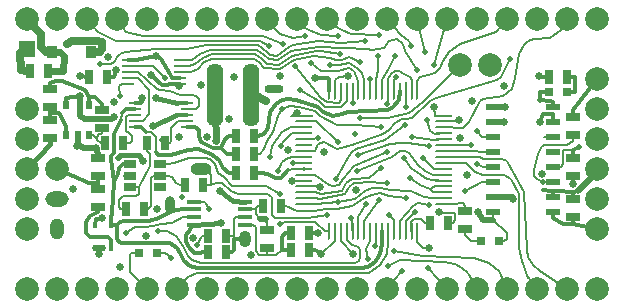
<source format=gtl>
G04 (created by PCBNEW-RS274X (2011-05-25)-stable) date Fri 13 Mar 2015 11:37:05 GMT*
G01*
G70*
G90*
%MOIN*%
G04 Gerber Fmt 3.4, Leading zero omitted, Abs format*
%FSLAX34Y34*%
G04 APERTURE LIST*
%ADD10C,0.006000*%
%ADD11O,0.047200X0.070900*%
%ADD12O,0.078300X0.051200*%
%ADD13C,0.078700*%
%ADD14R,0.055000X0.055000*%
%ADD15R,0.060000X0.009800*%
%ADD16O,0.060000X0.009800*%
%ADD17O,0.009800X0.060000*%
%ADD18R,0.039400X0.027600*%
%ADD19R,0.020000X0.030000*%
%ADD20R,0.045000X0.020000*%
%ADD21R,0.025000X0.045000*%
%ADD22R,0.045000X0.025000*%
%ADD23R,0.050000X0.015000*%
%ADD24R,0.039400X0.010600*%
%ADD25R,0.031400X0.031400*%
%ADD26O,0.055100X0.210200*%
%ADD27R,0.015700X0.019700*%
%ADD28R,0.035400X0.040200*%
%ADD29O,0.070900X0.039400*%
%ADD30O,0.063000X0.027600*%
%ADD31O,0.039400X0.055100*%
%ADD32O,0.031500X0.059100*%
%ADD33O,0.039400X0.019700*%
%ADD34C,0.025000*%
%ADD35C,0.020000*%
%ADD36C,0.011800*%
%ADD37C,0.005000*%
%ADD38C,0.007900*%
%ADD39C,0.019700*%
%ADD40C,0.015700*%
%ADD41C,0.027600*%
%ADD42C,0.023600*%
G04 APERTURE END LIST*
G54D10*
G54D11*
X48000Y-38000D03*
G54D12*
X48000Y-37000D03*
G54D13*
X48000Y-36000D03*
G54D14*
X47000Y-32000D03*
G54D13*
X47000Y-38000D03*
X47000Y-37000D03*
X47000Y-36000D03*
X47000Y-35000D03*
X47000Y-34000D03*
X66000Y-38000D03*
X66000Y-37000D03*
X66000Y-36000D03*
X66000Y-35000D03*
X66000Y-34000D03*
X66000Y-33000D03*
X47000Y-40000D03*
X48000Y-40000D03*
X49000Y-40000D03*
X50000Y-40000D03*
X51000Y-40000D03*
X52000Y-40000D03*
X53000Y-40000D03*
X54000Y-40000D03*
X55000Y-40000D03*
X56000Y-40000D03*
X57000Y-40000D03*
X58000Y-40000D03*
X59000Y-40000D03*
X60000Y-40000D03*
X61000Y-40000D03*
X62000Y-40000D03*
X63000Y-40000D03*
X64000Y-40000D03*
X65000Y-40000D03*
X66000Y-40000D03*
X47000Y-31000D03*
X48000Y-31000D03*
X49000Y-31000D03*
X50000Y-31000D03*
X51000Y-31000D03*
X52000Y-31000D03*
X53000Y-31000D03*
X54000Y-31000D03*
X55000Y-31000D03*
X56000Y-31000D03*
X57000Y-31000D03*
X58000Y-31000D03*
X59000Y-31000D03*
X60000Y-31000D03*
X61000Y-31000D03*
X62000Y-31000D03*
X63000Y-31000D03*
X64000Y-31000D03*
X65000Y-31000D03*
X66000Y-31000D03*
X62450Y-32525D03*
X61450Y-32525D03*
G54D15*
X56239Y-34224D03*
G54D16*
X56239Y-34421D03*
X56239Y-34618D03*
X56239Y-34815D03*
X56239Y-35012D03*
X56239Y-35208D03*
X56239Y-35405D03*
X56239Y-35602D03*
X56239Y-35799D03*
X56239Y-35996D03*
X56239Y-36193D03*
X56239Y-36389D03*
X56239Y-36586D03*
X56239Y-36783D03*
X56239Y-36980D03*
X56239Y-37177D03*
G54D17*
X57074Y-38075D03*
X57271Y-38075D03*
X57468Y-38075D03*
X57665Y-38075D03*
X57862Y-38075D03*
X58058Y-38075D03*
X58255Y-38075D03*
X58452Y-38075D03*
X58649Y-38075D03*
X58846Y-38075D03*
X59043Y-38075D03*
X59239Y-38075D03*
X59436Y-38075D03*
X59633Y-38075D03*
X59830Y-38075D03*
X60027Y-38075D03*
G54D16*
X60925Y-37177D03*
X60925Y-36980D03*
X60925Y-36783D03*
X60925Y-36586D03*
X60925Y-36389D03*
X60925Y-36193D03*
X60925Y-35996D03*
X60925Y-35799D03*
X60925Y-35602D03*
X60925Y-35405D03*
X60925Y-35208D03*
X60925Y-35012D03*
X60925Y-34815D03*
X60925Y-34618D03*
X60925Y-34421D03*
X60925Y-34224D03*
G54D17*
X60027Y-33389D03*
X59830Y-33389D03*
X59436Y-33389D03*
X59633Y-33382D03*
X59239Y-33389D03*
X59043Y-33389D03*
X58846Y-33389D03*
X58649Y-33389D03*
X58452Y-33389D03*
X58255Y-33389D03*
X58061Y-33389D03*
X57864Y-33389D03*
X57667Y-33389D03*
X57470Y-33389D03*
X57274Y-33389D03*
X57077Y-33389D03*
G54D18*
X51450Y-35850D03*
X51450Y-36225D03*
X51450Y-36600D03*
X50450Y-36600D03*
X50450Y-36225D03*
X50450Y-35850D03*
G54D19*
X48325Y-34875D03*
X49075Y-34875D03*
X48325Y-33875D03*
X48700Y-34875D03*
X49075Y-33875D03*
G54D20*
X62543Y-33939D03*
X62543Y-34439D03*
X62543Y-34939D03*
X62543Y-35439D03*
X62543Y-35939D03*
X62543Y-36439D03*
X62543Y-36939D03*
X62543Y-37439D03*
X64543Y-37439D03*
X64543Y-36939D03*
X64543Y-36439D03*
X64543Y-35939D03*
X64543Y-35439D03*
X64543Y-34939D03*
X64543Y-34439D03*
X64543Y-33939D03*
G54D21*
X53975Y-36125D03*
X54575Y-36125D03*
X53975Y-34900D03*
X54575Y-34900D03*
X53975Y-35500D03*
X54575Y-35500D03*
G54D22*
X61625Y-37400D03*
X61625Y-38000D03*
G54D21*
X56400Y-38150D03*
X55800Y-38150D03*
G54D22*
X49375Y-35625D03*
X49375Y-36225D03*
G54D21*
X50900Y-37350D03*
X50300Y-37350D03*
X53650Y-38225D03*
X53050Y-38225D03*
X55800Y-38700D03*
X56400Y-38700D03*
X51600Y-35150D03*
X51000Y-35150D03*
X52875Y-36525D03*
X52275Y-36525D03*
G54D22*
X55025Y-38025D03*
X55025Y-38625D03*
G54D21*
X55475Y-37250D03*
X54875Y-37250D03*
X49625Y-35150D03*
X50225Y-35150D03*
G54D22*
X49525Y-34650D03*
X49525Y-34050D03*
X47775Y-33925D03*
X47775Y-33325D03*
X47775Y-34975D03*
X47775Y-34375D03*
X49375Y-37275D03*
X49375Y-36675D03*
G54D21*
X49675Y-32925D03*
X49075Y-32925D03*
G54D22*
X65225Y-37000D03*
X65225Y-37600D03*
G54D21*
X60450Y-37800D03*
X61050Y-37800D03*
X53650Y-38775D03*
X53050Y-38775D03*
G54D23*
X52575Y-37091D03*
X52575Y-37347D03*
X52575Y-37603D03*
X52575Y-37859D03*
X54275Y-37859D03*
X54275Y-37603D03*
X54275Y-37347D03*
X54275Y-37091D03*
G54D24*
X52350Y-34600D03*
X52350Y-34400D03*
X52350Y-34200D03*
X52350Y-34000D03*
X52350Y-33800D03*
X50600Y-33800D03*
X50600Y-34000D03*
X50600Y-34200D03*
X50600Y-34400D03*
X50600Y-34600D03*
X50375Y-32375D03*
X50375Y-32575D03*
X50375Y-32775D03*
X50375Y-32975D03*
X50375Y-33175D03*
X52125Y-33175D03*
X52125Y-32975D03*
X52125Y-32775D03*
X52125Y-32575D03*
X52125Y-32375D03*
G54D25*
X62155Y-38400D03*
X62745Y-38400D03*
X50755Y-38800D03*
X51345Y-38800D03*
G54D26*
X53284Y-33525D03*
X54466Y-33525D03*
G54D27*
X49806Y-37876D03*
X49294Y-37876D03*
X49294Y-38624D03*
X49550Y-38624D03*
X49806Y-38624D03*
G54D28*
X47854Y-32100D03*
X49146Y-32100D03*
G54D22*
X65200Y-35625D03*
X65200Y-36225D03*
X65217Y-34267D03*
X65217Y-34867D03*
G54D29*
X52800Y-36000D03*
G54D30*
X55250Y-33325D03*
G54D31*
X54275Y-38350D03*
G54D21*
X47725Y-32725D03*
X47125Y-32725D03*
G54D32*
X51775Y-37200D03*
G54D33*
X54875Y-37675D03*
G54D21*
X64425Y-32950D03*
X65025Y-32950D03*
G54D25*
X64405Y-33450D03*
X64995Y-33450D03*
G54D34*
X54475Y-38875D03*
G54D35*
X58100Y-32450D03*
X58750Y-37025D03*
X57000Y-37525D03*
X58025Y-36075D03*
X55450Y-36850D03*
X55450Y-37850D03*
X58825Y-34600D03*
X59575Y-35625D03*
X55500Y-34000D03*
X55325Y-33350D03*
X57875Y-33800D03*
X58100Y-34300D03*
X59075Y-37550D03*
X59650Y-36975D03*
X59775Y-36300D03*
X59000Y-33825D03*
X60400Y-35225D03*
X58050Y-35550D03*
X57375Y-35100D03*
X59525Y-39400D03*
X58825Y-35975D03*
X59025Y-36475D03*
X59850Y-34950D03*
X60275Y-32100D03*
X60575Y-32525D03*
X60350Y-34375D03*
X59275Y-32250D03*
X58750Y-31550D03*
X57375Y-31575D03*
X58700Y-32250D03*
X58450Y-33000D03*
X56275Y-31575D03*
X57100Y-32525D03*
X56475Y-32475D03*
X56100Y-33375D03*
X55550Y-31850D03*
X55950Y-32575D03*
X55075Y-31900D03*
X55375Y-36075D03*
X55875Y-35800D03*
X59800Y-31900D03*
X59300Y-32950D03*
X55100Y-35600D03*
X55475Y-35225D03*
X60375Y-39300D03*
X59025Y-35425D03*
X59050Y-39225D03*
X58375Y-39000D03*
X58625Y-38575D03*
X59250Y-38750D03*
G54D34*
X56775Y-36600D03*
G54D35*
X63125Y-32325D03*
X56700Y-34975D03*
X59625Y-34550D03*
X57325Y-36350D03*
X57375Y-37100D03*
X59650Y-33950D03*
X51375Y-38075D03*
X49450Y-32500D03*
X57825Y-37625D03*
X58275Y-31750D03*
X60400Y-37200D03*
G54D34*
X61425Y-34375D03*
G54D35*
X64100Y-33700D03*
G54D34*
X64175Y-36175D03*
X65200Y-36500D03*
X64075Y-32900D03*
X64125Y-34425D03*
G54D35*
X59950Y-37450D03*
X61625Y-36750D03*
X62000Y-34750D03*
G54D34*
X62933Y-33937D03*
X56625Y-32975D03*
X50975Y-38225D03*
X60425Y-38625D03*
X63200Y-37000D03*
X56700Y-38150D03*
X51525Y-36600D03*
X57875Y-38850D03*
X60575Y-33925D03*
X56900Y-35425D03*
X56025Y-34150D03*
X52550Y-38300D03*
X53450Y-36725D03*
X51320Y-32240D03*
X51315Y-33626D03*
X50850Y-33625D03*
G54D35*
X61800Y-35200D03*
X62000Y-35850D03*
X51800Y-38975D03*
G54D34*
X48550Y-36675D03*
G54D35*
X57950Y-34850D03*
G54D34*
X61675Y-36200D03*
X60750Y-37450D03*
X55850Y-36400D03*
X55450Y-32900D03*
X52825Y-33200D03*
X49900Y-33775D03*
G54D35*
X52175Y-36925D03*
G54D34*
X50110Y-39270D03*
X51228Y-34575D03*
X53750Y-34325D03*
X53900Y-32950D03*
X62925Y-33225D03*
X62925Y-34450D03*
X49300Y-35300D03*
X61450Y-34975D03*
X61850Y-33725D03*
X52075Y-34950D03*
X53025Y-34925D03*
X49725Y-32275D03*
X51350Y-37325D03*
X50350Y-36225D03*
X57975Y-36700D03*
X56800Y-38850D03*
X62050Y-37425D03*
X55725Y-35375D03*
X48764Y-32921D03*
X52075Y-33225D03*
X53475Y-37800D03*
X48675Y-35225D03*
X49425Y-38850D03*
X51150Y-32875D03*
X57725Y-32900D03*
X53300Y-35075D03*
X54475Y-32900D03*
X54975Y-33750D03*
X49925Y-34287D03*
X49975Y-32700D03*
G54D35*
X50050Y-35625D03*
G54D34*
X50875Y-35725D03*
X49500Y-37650D03*
X48775Y-33575D03*
X48340Y-31840D03*
G54D35*
X60200Y-35625D03*
X60025Y-32700D03*
X58300Y-37175D03*
X57450Y-32175D03*
X50300Y-38125D03*
X50100Y-33575D03*
X51600Y-32975D03*
X51500Y-35050D03*
X53075Y-37325D03*
X52675Y-38550D03*
X65425Y-35275D03*
X64375Y-34925D03*
X64575Y-35425D03*
X64217Y-36449D03*
G54D36*
X58375Y-39275D02*
X58600Y-39100D01*
X52000Y-38650D02*
X52125Y-38800D01*
X52125Y-38800D02*
X52250Y-39075D01*
X52250Y-39075D02*
X52450Y-39250D01*
X52450Y-39250D02*
X52675Y-39300D01*
X52675Y-39300D02*
X58150Y-39300D01*
X58375Y-39275D02*
X58150Y-39300D01*
X50171Y-38475D02*
X51767Y-38475D01*
X51767Y-38475D02*
X52000Y-38650D01*
X50025Y-38040D02*
X50025Y-38350D01*
X50025Y-38350D02*
X50075Y-38425D01*
X50075Y-38425D02*
X50171Y-38475D01*
X58825Y-38700D02*
X58850Y-38475D01*
X58600Y-39100D02*
X58750Y-38900D01*
X58750Y-38900D02*
X58825Y-38700D01*
X58850Y-38475D02*
X58846Y-38075D01*
G54D37*
X51775Y-37200D02*
X51775Y-37325D01*
X51775Y-37325D02*
X51850Y-37400D01*
G54D36*
X49875Y-36125D02*
X49925Y-36425D01*
X49806Y-37876D02*
X50024Y-37876D01*
X50025Y-37875D02*
X50025Y-38040D01*
X50024Y-37876D02*
X50025Y-37875D01*
X49806Y-37876D02*
X49806Y-37656D01*
X49800Y-37650D02*
X49850Y-37475D01*
X49850Y-37475D02*
X49925Y-36425D01*
X49806Y-37656D02*
X49800Y-37650D01*
X50050Y-36175D02*
X50075Y-35975D01*
X50075Y-35975D02*
X50200Y-35850D01*
X50200Y-35850D02*
X50450Y-35850D01*
X49925Y-36425D02*
X50050Y-36175D01*
X49825Y-35575D02*
X49825Y-35700D01*
X49825Y-35700D02*
X49875Y-36125D01*
X49825Y-35575D02*
X49900Y-35475D01*
X50303Y-34000D02*
X50173Y-34122D01*
X50600Y-34000D02*
X50303Y-34000D01*
G54D38*
X50150Y-34375D02*
X50173Y-34122D01*
G54D36*
X49900Y-35475D02*
X49900Y-34825D01*
X49900Y-34825D02*
X50150Y-34375D01*
X50020Y-37880D02*
X50025Y-38040D01*
X50020Y-37880D02*
X50125Y-37775D01*
X50125Y-37775D02*
X50250Y-37725D01*
X50250Y-37725D02*
X51075Y-37725D01*
X51075Y-37725D02*
X51400Y-37650D01*
X51400Y-37650D02*
X51850Y-37400D01*
X51850Y-37400D02*
X52225Y-37350D01*
X52225Y-37350D02*
X52575Y-37347D01*
G54D38*
X58255Y-38075D02*
X58255Y-37725D01*
X57125Y-32300D02*
X57325Y-32375D01*
X57500Y-32375D02*
X57750Y-32275D01*
X57325Y-32375D02*
X57500Y-32375D01*
X57750Y-32275D02*
X58100Y-32450D01*
X57125Y-32300D02*
X56575Y-32250D01*
X56575Y-32250D02*
X56375Y-32275D01*
X56375Y-32275D02*
X55900Y-32375D01*
X55900Y-32375D02*
X55450Y-32675D01*
X54575Y-32325D02*
X53175Y-32325D01*
X55450Y-32675D02*
X54900Y-32625D01*
X54900Y-32625D02*
X54750Y-32437D01*
X54750Y-32437D02*
X54575Y-32325D01*
X52700Y-32675D02*
X52470Y-32773D01*
X52925Y-32449D02*
X52700Y-32675D01*
X53175Y-32325D02*
X52925Y-32449D01*
X52470Y-32773D02*
X52125Y-32775D01*
X58255Y-37725D02*
X58750Y-37025D01*
X53150Y-36525D02*
X53150Y-36225D01*
X53150Y-36225D02*
X53075Y-36025D01*
X53075Y-36025D02*
X52800Y-36000D01*
X52875Y-36525D02*
X53150Y-36525D01*
X55175Y-37525D02*
X55275Y-37625D01*
X55275Y-37625D02*
X56375Y-37625D01*
X56375Y-37625D02*
X57000Y-37525D01*
X58025Y-36075D02*
X58850Y-35725D01*
X58850Y-35725D02*
X59175Y-35600D01*
X59175Y-35600D02*
X59450Y-35400D01*
X59600Y-35400D02*
X59750Y-35475D01*
X59450Y-35400D02*
X59600Y-35400D01*
X59750Y-35475D02*
X60050Y-35875D01*
X60050Y-35875D02*
X60275Y-36075D01*
X60275Y-36075D02*
X60550Y-36200D01*
X60550Y-36200D02*
X60925Y-36193D01*
X55175Y-36925D02*
X55175Y-37525D01*
X55025Y-36825D02*
X55175Y-36925D01*
X54050Y-36825D02*
X55025Y-36825D01*
X53150Y-36525D02*
X53300Y-36475D01*
X53300Y-36475D02*
X53525Y-36475D01*
X53525Y-36475D02*
X53800Y-36725D01*
X53800Y-36725D02*
X54050Y-36825D01*
X53275Y-35825D02*
X53375Y-36125D01*
X53375Y-36125D02*
X53575Y-36275D01*
X56950Y-38075D02*
X57074Y-38075D01*
X54975Y-36575D02*
X55450Y-36850D01*
X55450Y-37850D02*
X55600Y-37775D01*
X55600Y-37775D02*
X56625Y-37775D01*
X56625Y-37775D02*
X56950Y-38075D01*
X52100Y-35725D02*
X52425Y-35625D01*
X52425Y-35625D02*
X52950Y-35650D01*
X52950Y-35650D02*
X53125Y-35675D01*
X51725Y-35850D02*
X51925Y-35800D01*
X51925Y-35800D02*
X52100Y-35725D01*
X51450Y-35850D02*
X51725Y-35850D01*
X53125Y-35675D02*
X53275Y-35825D01*
X53850Y-36575D02*
X54975Y-36575D01*
X53575Y-36275D02*
X53575Y-36275D01*
X53575Y-36275D02*
X53850Y-36575D01*
X56775Y-34250D02*
X57350Y-34525D01*
X57350Y-34525D02*
X57975Y-34550D01*
X59825Y-35975D02*
X60150Y-36219D01*
X60150Y-36219D02*
X60350Y-36350D01*
X60350Y-36350D02*
X60550Y-36375D01*
X60550Y-36375D02*
X60925Y-36389D01*
X59575Y-35625D02*
X59825Y-35975D01*
X57975Y-34550D02*
X58825Y-34600D01*
X55500Y-34000D02*
X55775Y-33900D01*
X55775Y-33900D02*
X56075Y-33925D01*
X56075Y-33925D02*
X56625Y-34075D01*
X56625Y-34075D02*
X56775Y-34250D01*
X55250Y-33325D02*
X55325Y-33350D01*
X54575Y-35500D02*
X54775Y-35500D01*
X55025Y-35075D02*
X55217Y-34783D01*
X54925Y-35325D02*
X55025Y-35075D01*
X54775Y-35500D02*
X54925Y-35325D01*
X55375Y-34250D02*
X55500Y-34000D01*
X55217Y-34783D02*
X55375Y-34250D01*
X60400Y-33575D02*
X61450Y-32525D01*
X57864Y-33389D02*
X57875Y-33800D01*
X59750Y-34150D02*
X60200Y-33775D01*
X60200Y-33775D02*
X60400Y-33575D01*
X58100Y-34300D02*
X59050Y-34300D01*
X59050Y-34300D02*
X59750Y-34150D01*
X59239Y-38075D02*
X59240Y-37700D01*
X59240Y-37700D02*
X59075Y-37550D01*
X58780Y-36811D02*
X59075Y-36900D01*
X59075Y-36900D02*
X59650Y-36975D01*
X56004Y-37402D02*
X56594Y-37402D01*
X55650Y-37244D02*
X56004Y-37402D01*
X55475Y-37250D02*
X55650Y-37244D01*
X58250Y-36975D02*
X58525Y-36875D01*
X58525Y-36875D02*
X58780Y-36811D01*
X57850Y-37250D02*
X58100Y-37073D01*
X58100Y-37073D02*
X58250Y-36975D01*
X56975Y-37325D02*
X57350Y-37325D01*
X57350Y-37325D02*
X57850Y-37250D01*
X56594Y-37402D02*
X56975Y-37325D01*
G54D10*
X59043Y-33389D02*
X59043Y-33007D01*
X59830Y-33030D02*
X59830Y-33389D01*
X59775Y-32925D02*
X59830Y-33030D01*
X59275Y-32750D02*
X59400Y-32750D01*
X59400Y-32750D02*
X59575Y-32825D01*
X59575Y-32825D02*
X59775Y-32925D01*
X59043Y-33007D02*
X59150Y-32825D01*
X59150Y-32825D02*
X59275Y-32750D01*
X59043Y-33389D02*
X59050Y-33700D01*
G54D38*
X60125Y-36550D02*
X60450Y-36675D01*
X59775Y-36300D02*
X60125Y-36550D01*
G54D10*
X59050Y-33700D02*
X59000Y-33825D01*
G54D38*
X60450Y-36675D02*
X60500Y-36750D01*
X60500Y-36750D02*
X60533Y-36783D01*
X60533Y-36783D02*
X60925Y-36783D01*
X60614Y-36586D02*
X60925Y-36586D01*
X60525Y-36625D02*
X60614Y-36586D01*
X60450Y-36675D02*
X60525Y-36625D01*
X56239Y-34421D02*
X56646Y-34421D01*
X59725Y-35150D02*
X60400Y-35225D01*
X58050Y-35550D02*
X59100Y-35175D01*
X59100Y-35175D02*
X59475Y-35124D01*
X59475Y-35124D02*
X59725Y-35150D01*
X56646Y-34421D02*
X57375Y-35100D01*
X60925Y-37177D02*
X61348Y-37177D01*
X61625Y-37225D02*
X61625Y-37400D01*
X61550Y-37150D02*
X61625Y-37225D01*
X61375Y-37150D02*
X61550Y-37150D01*
X61348Y-37177D02*
X61375Y-37150D01*
X59025Y-39975D02*
X59000Y-40000D01*
X59525Y-39400D02*
X59025Y-39975D01*
X56600Y-36775D02*
X56800Y-36850D01*
X56800Y-36850D02*
X57500Y-36725D01*
X57650Y-36480D02*
X57850Y-36325D01*
X57500Y-36725D02*
X57650Y-36480D01*
X57850Y-36325D02*
X58425Y-36300D01*
X58425Y-36300D02*
X58825Y-35975D01*
X56600Y-36775D02*
X56239Y-36783D01*
X58825Y-36475D02*
X59025Y-36475D01*
X58825Y-36475D02*
X58475Y-36450D01*
X58475Y-36450D02*
X57900Y-36475D01*
X57900Y-36475D02*
X57750Y-36600D01*
X57750Y-36600D02*
X57625Y-36850D01*
X57625Y-36850D02*
X56775Y-37000D01*
X56775Y-37000D02*
X56600Y-36972D01*
X56600Y-36972D02*
X56239Y-36980D01*
X60925Y-35012D02*
X60575Y-35025D01*
X60575Y-35025D02*
X59850Y-34950D01*
X60000Y-31025D02*
X60000Y-31000D01*
X60275Y-32100D02*
X60000Y-31025D01*
X60575Y-32525D02*
X61000Y-31000D01*
X60600Y-34825D02*
X60450Y-34743D01*
X60450Y-34743D02*
X60350Y-34375D01*
X60925Y-34815D02*
X60600Y-34825D01*
X65000Y-31000D02*
X64825Y-31375D01*
X64825Y-31375D02*
X64450Y-31625D01*
X64450Y-31625D02*
X63925Y-31660D01*
X63925Y-31660D02*
X63725Y-31725D01*
X63725Y-31725D02*
X63575Y-31883D01*
X63575Y-31883D02*
X63400Y-32175D01*
X63400Y-32175D02*
X63275Y-32975D01*
X61550Y-34625D02*
X61750Y-34450D01*
X61750Y-34450D02*
X62100Y-33750D01*
X62100Y-33750D02*
X62200Y-33675D01*
X62875Y-33575D02*
X63175Y-33325D01*
X62200Y-33675D02*
X62875Y-33575D01*
X63175Y-33325D02*
X63275Y-32975D01*
X61550Y-34625D02*
X60925Y-34618D01*
X63000Y-31000D02*
X62650Y-31425D01*
X60775Y-32650D02*
X60625Y-32800D01*
X60625Y-32800D02*
X60375Y-32875D01*
X61075Y-32100D02*
X60875Y-32400D01*
X60875Y-32400D02*
X60775Y-32650D01*
X61450Y-31825D02*
X61075Y-32100D01*
X62650Y-31425D02*
X61450Y-31825D01*
X60027Y-33389D02*
X60025Y-33075D01*
X60100Y-32950D02*
X60375Y-32875D01*
X60375Y-32875D02*
X60375Y-32875D01*
X60025Y-33075D02*
X60100Y-32950D01*
X65000Y-40000D02*
X64100Y-39400D01*
X62127Y-35602D02*
X62200Y-35675D01*
X62850Y-35675D02*
X63000Y-35750D01*
X63000Y-35750D02*
X63225Y-36100D01*
X62200Y-35675D02*
X62850Y-35675D01*
X63225Y-36100D02*
X63575Y-36775D01*
X63575Y-36775D02*
X63675Y-38700D01*
X63725Y-38950D02*
X63875Y-39200D01*
X63875Y-39200D02*
X64100Y-39400D01*
X63675Y-38700D02*
X63725Y-38950D01*
X62127Y-35602D02*
X60925Y-35602D01*
X59043Y-38075D02*
X59050Y-38425D01*
X59050Y-38425D02*
X59000Y-38825D01*
X52675Y-39475D02*
X52375Y-39621D01*
X52375Y-39621D02*
X52000Y-40000D01*
X59000Y-38825D02*
X58775Y-39212D01*
X58775Y-39212D02*
X58425Y-39475D01*
X58425Y-39475D02*
X52675Y-39475D01*
X58846Y-33025D02*
X59075Y-32650D01*
X59075Y-32650D02*
X59275Y-32250D01*
X58846Y-33389D02*
X58846Y-33025D01*
X57150Y-31175D02*
X57000Y-31000D01*
X57500Y-31375D02*
X57150Y-31175D01*
X57800Y-31500D02*
X57500Y-31375D01*
X58750Y-31550D02*
X57800Y-31500D01*
X58725Y-32710D02*
X58700Y-32250D01*
X58649Y-33025D02*
X58725Y-32710D01*
X58649Y-33389D02*
X58649Y-33025D01*
X56050Y-31175D02*
X56000Y-31000D01*
X56425Y-31375D02*
X56050Y-31175D01*
X56800Y-31525D02*
X56425Y-31375D01*
X57375Y-31575D02*
X56800Y-31525D01*
X58452Y-33389D02*
X58452Y-32927D01*
X58452Y-32927D02*
X58450Y-33000D01*
X55075Y-31125D02*
X55000Y-31000D01*
X55175Y-31250D02*
X55075Y-31125D01*
X55450Y-31500D02*
X55175Y-31250D01*
X55875Y-31625D02*
X55450Y-31500D01*
X56275Y-31575D02*
X55875Y-31625D01*
X57275Y-32550D02*
X57100Y-32525D01*
X58250Y-33050D02*
X58175Y-32800D01*
X57425Y-32525D02*
X57275Y-32550D01*
X57750Y-32475D02*
X57425Y-32525D01*
X58000Y-32625D02*
X57750Y-32475D01*
X58175Y-32800D02*
X58000Y-32625D01*
X58250Y-33050D02*
X58255Y-33389D01*
X56825Y-32750D02*
X56475Y-32475D01*
X57375Y-32750D02*
X56825Y-32750D01*
X57750Y-32650D02*
X57375Y-32750D01*
X57925Y-32750D02*
X57750Y-32650D01*
X58061Y-33061D02*
X57925Y-32750D01*
X58061Y-33061D02*
X58061Y-33389D01*
X50300Y-31425D02*
X50000Y-31000D01*
X54875Y-31575D02*
X50875Y-31575D01*
X50875Y-31575D02*
X50300Y-31425D01*
X55550Y-31850D02*
X54875Y-31575D01*
X57667Y-33389D02*
X57675Y-33725D01*
X56750Y-33750D02*
X56100Y-33375D01*
X56100Y-33375D02*
X56100Y-33375D01*
X56100Y-33375D02*
X56100Y-33375D01*
X56750Y-33750D02*
X56750Y-33750D01*
X56953Y-33933D02*
X56750Y-33750D01*
X57465Y-33933D02*
X56953Y-33933D01*
X57675Y-33725D02*
X57465Y-33933D01*
X57475Y-33700D02*
X57406Y-33795D01*
X57406Y-33795D02*
X57024Y-33787D01*
X57024Y-33787D02*
X56825Y-33625D01*
X56825Y-33625D02*
X55950Y-32575D01*
X57470Y-33389D02*
X57475Y-33700D01*
X49375Y-31425D02*
X49000Y-31000D01*
X49975Y-31725D02*
X49375Y-31425D01*
X54775Y-31725D02*
X49975Y-31725D01*
X55075Y-31900D02*
X54775Y-31725D01*
X55725Y-35625D02*
X55875Y-35601D01*
X55875Y-35601D02*
X56239Y-35602D01*
X55725Y-35625D02*
X55500Y-35775D01*
X55500Y-35775D02*
X55375Y-36075D01*
X55875Y-35800D02*
X56239Y-35799D01*
X59475Y-31525D02*
X59000Y-31000D01*
X59750Y-31725D02*
X59475Y-31525D01*
X59800Y-31900D02*
X59750Y-31725D01*
X59250Y-33050D02*
X59300Y-32950D01*
X59250Y-33050D02*
X59239Y-33389D01*
X55800Y-34600D02*
X55501Y-34761D01*
X55162Y-35226D02*
X55100Y-35600D01*
X55501Y-34761D02*
X55162Y-35226D01*
X56239Y-34618D02*
X55800Y-34600D01*
X56239Y-34815D02*
X55844Y-34821D01*
G54D10*
X55550Y-35100D02*
X55475Y-35225D01*
X55844Y-34821D02*
X55550Y-35100D01*
G54D38*
X60375Y-39300D02*
X61000Y-40000D01*
X56239Y-36193D02*
X56600Y-36200D01*
X57900Y-35900D02*
X59025Y-35425D01*
X57550Y-36350D02*
X57900Y-35900D01*
X57425Y-36550D02*
X57550Y-36350D01*
X57225Y-36575D02*
X57425Y-36550D01*
X57075Y-36525D02*
X57225Y-36575D01*
X56600Y-36200D02*
X57075Y-36525D01*
X58450Y-38400D02*
X58452Y-38075D01*
X58325Y-38675D02*
X58375Y-39000D01*
X58375Y-38525D02*
X58325Y-38675D01*
X58450Y-38400D02*
X58375Y-38525D01*
X62000Y-40000D02*
X61700Y-39475D01*
X61700Y-39475D02*
X61525Y-39300D01*
X61275Y-39175D02*
X61525Y-39300D01*
X59050Y-39225D02*
X59450Y-39042D01*
X59450Y-39042D02*
X60925Y-39100D01*
X60925Y-39100D02*
X61275Y-39175D01*
X63000Y-40000D02*
X62775Y-39475D01*
X62775Y-39475D02*
X62775Y-39450D01*
X58650Y-38425D02*
X58650Y-38425D01*
X58650Y-38425D02*
X58625Y-38575D01*
X59250Y-38750D02*
X60200Y-38900D01*
X60200Y-38900D02*
X61910Y-38980D01*
X61910Y-38980D02*
X62425Y-39150D01*
X62425Y-39150D02*
X62775Y-39450D01*
X62775Y-39450D02*
X62775Y-39450D01*
X58649Y-38075D02*
X58650Y-38425D01*
X64000Y-40000D02*
X63725Y-39600D01*
X63725Y-39600D02*
X63725Y-39646D01*
X61649Y-35799D02*
X60925Y-35799D01*
X63425Y-38650D02*
X63525Y-39075D01*
X63525Y-39075D02*
X63725Y-39646D01*
X63725Y-39646D02*
X63700Y-39575D01*
X63425Y-36850D02*
X63425Y-38650D01*
X63150Y-36350D02*
X63425Y-36850D01*
X62225Y-36200D02*
X62900Y-36200D01*
X62900Y-36200D02*
X63150Y-36350D01*
X61950Y-36100D02*
X62225Y-36200D01*
X61950Y-36100D02*
X61950Y-36100D01*
X61649Y-35799D02*
X61950Y-36100D01*
G54D10*
X56239Y-36586D02*
X56761Y-36586D01*
X56761Y-36586D02*
X56775Y-36600D01*
G54D38*
X62825Y-32925D02*
X63125Y-32325D01*
X62825Y-32925D02*
X62675Y-33025D01*
X59075Y-34700D02*
X59275Y-34475D01*
X59275Y-34475D02*
X59500Y-34350D01*
X59500Y-34350D02*
X59650Y-34325D01*
X59650Y-34325D02*
X59850Y-34300D01*
X60450Y-33725D02*
X60650Y-33650D01*
X60650Y-33650D02*
X62675Y-33025D01*
X59850Y-34300D02*
X60450Y-33725D01*
X56600Y-35400D02*
X56725Y-35175D01*
X56725Y-35175D02*
X56925Y-35100D01*
X56925Y-35100D02*
X57350Y-35325D01*
X57350Y-35325D02*
X57850Y-35200D01*
X57850Y-35200D02*
X58875Y-34825D01*
X58875Y-34825D02*
X59075Y-34700D01*
X56239Y-35405D02*
X56600Y-35400D01*
X56239Y-35012D02*
X56525Y-35000D01*
X56525Y-35000D02*
X56700Y-34975D01*
X57850Y-35425D02*
X57750Y-35575D01*
X57750Y-35575D02*
X57325Y-36350D01*
X57850Y-35425D02*
X57975Y-35350D01*
X57975Y-35350D02*
X58950Y-35025D01*
X58950Y-35025D02*
X59625Y-34550D01*
G54D10*
X59650Y-33950D02*
X59633Y-33382D01*
G54D38*
X56239Y-37177D02*
X56650Y-37175D01*
X56650Y-37175D02*
X57375Y-37100D01*
X58800Y-36650D02*
X59100Y-36700D01*
X58275Y-36750D02*
X58500Y-36650D01*
X58500Y-36650D02*
X58800Y-36650D01*
X57950Y-37000D02*
X58275Y-36750D01*
X57375Y-37100D02*
X57950Y-37000D01*
X59100Y-36700D02*
X59825Y-36725D01*
X59825Y-36725D02*
X60250Y-36925D01*
X60250Y-36925D02*
X60525Y-36975D01*
X60525Y-36975D02*
X60925Y-36980D01*
X51375Y-38075D02*
X51675Y-38075D01*
X51675Y-38075D02*
X51975Y-38225D01*
X51975Y-38225D02*
X52150Y-38475D01*
X52150Y-38475D02*
X52250Y-38650D01*
X52250Y-38650D02*
X52375Y-38900D01*
X52375Y-38900D02*
X52525Y-39050D01*
X52525Y-39050D02*
X52825Y-39150D01*
X52825Y-39150D02*
X57960Y-39135D01*
X58080Y-39060D02*
X58090Y-39060D01*
X57960Y-39135D02*
X58080Y-39060D01*
X57665Y-38075D02*
X57665Y-38375D01*
X57850Y-38525D02*
X57665Y-38375D01*
X58080Y-38620D02*
X57850Y-38525D01*
X58125Y-38750D02*
X58080Y-38620D01*
X58125Y-38925D02*
X58125Y-38750D01*
X58090Y-39060D02*
X58125Y-38925D01*
X49775Y-32500D02*
X49875Y-32475D01*
X49875Y-32475D02*
X49950Y-32400D01*
X49950Y-32400D02*
X50000Y-32275D01*
X50000Y-32275D02*
X50100Y-32175D01*
X49450Y-32500D02*
X49775Y-32500D01*
X57862Y-38075D02*
X57850Y-38050D01*
X57850Y-37750D02*
X57850Y-38050D01*
X57825Y-37625D02*
X57850Y-37750D01*
X57475Y-31800D02*
X58275Y-31750D01*
X56725Y-31750D02*
X57475Y-31800D01*
X55350Y-32225D02*
X55750Y-31950D01*
X55750Y-31950D02*
X55875Y-31859D01*
X55875Y-31859D02*
X56725Y-31750D01*
X54725Y-31875D02*
X55000Y-32100D01*
X55000Y-32100D02*
X55125Y-32200D01*
X55125Y-32200D02*
X55350Y-32225D01*
X51300Y-32000D02*
X52300Y-32000D01*
X52300Y-32000D02*
X53000Y-31875D01*
X53000Y-31875D02*
X54725Y-31875D01*
X50100Y-32175D02*
X50275Y-32100D01*
X50275Y-32100D02*
X51300Y-32000D01*
X59436Y-38075D02*
X59429Y-37750D01*
G54D10*
X59429Y-37750D02*
X59875Y-37225D01*
G54D38*
X59875Y-37225D02*
X60050Y-37150D01*
X60050Y-37150D02*
X60400Y-37200D01*
X62155Y-38400D02*
X61825Y-38400D01*
X61625Y-38200D02*
X61625Y-38000D01*
X61825Y-38400D02*
X61625Y-38200D01*
G54D36*
X54575Y-36125D02*
X54800Y-36125D01*
X54800Y-36125D02*
X55050Y-36175D01*
X55050Y-36175D02*
X55275Y-36294D01*
X55275Y-36294D02*
X55475Y-36294D01*
X56235Y-36000D02*
X56239Y-35996D01*
G54D38*
X55904Y-36000D02*
X56235Y-36000D01*
G54D36*
X55475Y-36294D02*
X55700Y-36050D01*
G54D38*
X55700Y-36050D02*
X55904Y-36000D01*
G54D36*
X54575Y-34900D02*
X54725Y-34900D01*
X56700Y-33925D02*
X56875Y-34100D01*
X59425Y-33700D02*
X59436Y-33389D01*
X59225Y-33950D02*
X59425Y-33700D01*
X59050Y-34050D02*
X59225Y-33950D01*
X55300Y-33850D02*
X55525Y-33700D01*
X55125Y-34100D02*
X55300Y-33850D01*
X55039Y-34646D02*
X55125Y-34100D01*
X54725Y-34900D02*
X54921Y-34843D01*
X54921Y-34843D02*
X55039Y-34646D01*
X55975Y-33700D02*
X56700Y-33925D01*
X55725Y-33675D02*
X55975Y-33700D01*
X55525Y-33700D02*
X55725Y-33675D01*
X57717Y-34106D02*
X59050Y-34050D01*
X56875Y-34100D02*
X57200Y-34225D01*
X57200Y-34225D02*
X57500Y-34175D01*
X57500Y-34175D02*
X57717Y-34106D01*
G54D38*
X60450Y-37800D02*
X60275Y-37800D01*
X59825Y-38075D02*
X59830Y-38075D01*
X59825Y-37775D02*
X59825Y-38075D01*
X59925Y-37675D02*
X59825Y-37775D01*
X60150Y-37675D02*
X59925Y-37675D01*
X60275Y-37800D02*
X60150Y-37675D01*
X61429Y-34421D02*
X61425Y-34375D01*
X60925Y-34421D02*
X61429Y-34421D01*
G54D36*
X48000Y-36000D02*
X49075Y-36475D01*
X49075Y-36475D02*
X49375Y-36475D01*
X49375Y-36675D02*
X49375Y-36475D01*
X49375Y-36475D02*
X49375Y-36225D01*
G54D39*
X66000Y-36000D02*
X65950Y-36175D01*
G54D36*
X65375Y-36725D02*
X65225Y-36775D01*
G54D39*
X65950Y-36175D02*
X65375Y-36725D01*
G54D36*
X64100Y-33700D02*
X64100Y-33450D01*
X64100Y-33450D02*
X64100Y-33450D01*
X64100Y-33450D02*
X64405Y-33450D01*
X64543Y-36939D02*
X64550Y-36725D01*
X64550Y-36725D02*
X64475Y-36725D01*
X64475Y-36725D02*
X64225Y-36700D01*
X65225Y-37000D02*
X65225Y-36775D01*
X65225Y-36775D02*
X64975Y-36775D01*
X64610Y-36730D02*
X64550Y-36725D01*
X64900Y-36725D02*
X64610Y-36730D01*
X64975Y-36775D02*
X64900Y-36725D01*
X64100Y-33700D02*
X64450Y-33725D01*
X64450Y-33725D02*
X64550Y-33775D01*
X64550Y-33775D02*
X64543Y-33939D01*
X66000Y-33000D02*
X65225Y-34050D01*
X65225Y-34050D02*
X65217Y-34267D01*
X65200Y-36450D02*
X65200Y-36500D01*
X65200Y-36450D02*
X65200Y-36225D01*
X64225Y-32950D02*
X64425Y-32950D01*
X64075Y-32900D02*
X64225Y-32950D01*
X64550Y-34175D02*
X64543Y-34439D01*
X64125Y-34425D02*
X64200Y-34175D01*
X64200Y-34175D02*
X64550Y-34175D01*
X65225Y-37850D02*
X64875Y-37850D01*
X64875Y-37850D02*
X64550Y-37650D01*
X64550Y-37650D02*
X64543Y-37439D01*
X65225Y-37600D02*
X65225Y-37850D01*
X65225Y-37850D02*
X66000Y-38000D01*
G54D38*
X59633Y-38075D02*
X59633Y-37742D01*
X59633Y-37742D02*
X59950Y-37450D01*
X61625Y-36750D02*
X62175Y-36425D01*
X62175Y-36425D02*
X62543Y-36439D01*
X62000Y-34750D02*
X62164Y-34939D01*
X62164Y-34939D02*
X62543Y-34939D01*
G54D39*
X62931Y-33939D02*
X62933Y-33937D01*
X62931Y-33939D02*
X62543Y-33939D01*
G54D36*
X57077Y-33389D02*
X57077Y-33002D01*
X57050Y-32975D02*
X56625Y-32975D01*
X57077Y-33002D02*
X57050Y-32975D01*
G54D38*
X60027Y-38075D02*
X60027Y-38452D01*
X60200Y-38625D02*
X60425Y-38625D01*
X60027Y-38452D02*
X60200Y-38625D01*
G54D39*
X62543Y-36939D02*
X63214Y-36939D01*
X63214Y-36939D02*
X63200Y-37000D01*
X56700Y-38150D02*
X56700Y-38150D01*
G54D36*
X56400Y-38150D02*
X56700Y-38150D01*
G54D39*
X51525Y-36600D02*
X51450Y-36600D01*
G54D10*
X57468Y-38075D02*
X57468Y-38393D01*
X57468Y-38393D02*
X57875Y-38850D01*
G54D38*
X60624Y-34224D02*
X60925Y-34224D01*
X60575Y-33925D02*
X60624Y-34224D01*
G54D10*
X56239Y-34224D02*
X55824Y-34224D01*
X55824Y-34224D02*
X56025Y-34150D01*
G54D40*
X53875Y-37075D02*
X54275Y-37091D01*
X53450Y-36725D02*
X53875Y-37075D01*
G54D36*
X52125Y-32975D02*
X51831Y-32976D01*
X51475Y-32325D02*
X51320Y-32240D01*
X51768Y-32827D02*
X51475Y-32325D01*
X51831Y-32976D02*
X51768Y-32827D01*
X50650Y-32375D02*
X50375Y-32375D01*
X51320Y-32240D02*
X50650Y-32375D01*
X52350Y-33800D02*
X52025Y-33800D01*
G54D40*
X52025Y-33800D02*
X51325Y-33625D01*
G54D39*
X51325Y-33625D02*
X51315Y-33626D01*
G54D36*
X50850Y-33625D02*
X50875Y-33700D01*
X50875Y-33700D02*
X50825Y-33800D01*
X50825Y-33800D02*
X50600Y-33800D01*
G54D38*
X60925Y-35208D02*
X61642Y-35208D01*
X61642Y-35208D02*
X61800Y-35200D01*
X62000Y-35850D02*
X62200Y-35939D01*
X62200Y-35939D02*
X62543Y-35939D01*
X60925Y-35405D02*
X61925Y-35400D01*
X61925Y-35400D02*
X62175Y-35450D01*
X62175Y-35450D02*
X62543Y-35439D01*
G54D37*
X51375Y-38800D02*
X51345Y-38800D01*
X51625Y-38800D02*
X51375Y-38800D01*
X51700Y-38875D02*
X51625Y-38800D01*
X51800Y-38975D02*
X51700Y-38875D01*
G54D36*
X48700Y-35200D02*
X48675Y-35225D01*
X53050Y-38775D02*
X52875Y-38775D01*
X52575Y-37875D02*
X52575Y-37859D01*
X52450Y-38000D02*
X52575Y-37875D01*
X52450Y-38050D02*
X52450Y-38000D01*
X52300Y-38200D02*
X52450Y-38050D01*
X52325Y-38450D02*
X52300Y-38200D01*
X52425Y-38600D02*
X52325Y-38450D01*
X52425Y-38600D02*
X52425Y-38600D01*
X52575Y-38800D02*
X52425Y-38600D01*
X52775Y-38800D02*
X52575Y-38800D01*
X52875Y-38775D02*
X52775Y-38800D01*
G54D38*
X62543Y-37439D02*
X62543Y-37693D01*
X62543Y-37693D02*
X62550Y-37700D01*
X62550Y-37700D02*
X62550Y-37697D01*
X62745Y-38400D02*
X62925Y-38400D01*
X62925Y-38400D02*
X63000Y-38350D01*
X62675Y-37850D02*
X62550Y-37697D01*
X62875Y-38000D02*
X62675Y-37850D01*
X63000Y-38150D02*
X62875Y-38000D01*
X63000Y-38350D02*
X63000Y-38150D01*
X61225Y-37800D02*
X61050Y-37800D01*
X61275Y-37700D02*
X61225Y-37800D01*
X61275Y-37500D02*
X61275Y-37700D01*
X61250Y-37475D02*
X61275Y-37500D01*
X60775Y-37475D02*
X61250Y-37475D01*
X60750Y-37450D02*
X60775Y-37475D01*
G54D10*
X56239Y-36389D02*
X55850Y-36400D01*
G54D38*
X52125Y-33175D02*
X52075Y-33225D01*
G54D36*
X52350Y-34200D02*
X51975Y-34200D01*
G54D40*
X51228Y-34583D02*
X51228Y-34575D01*
X51975Y-34200D02*
X51228Y-34583D01*
G54D39*
X62543Y-34439D02*
X62925Y-34450D01*
G54D36*
X56400Y-38700D02*
X56625Y-38700D01*
X56819Y-38800D02*
X56850Y-38831D01*
X56850Y-38831D02*
X56800Y-38850D01*
X56625Y-38700D02*
X56819Y-38800D01*
G54D39*
X50350Y-36225D02*
X50450Y-36225D01*
G54D10*
X57271Y-38075D02*
X57271Y-38404D01*
X57271Y-38404D02*
X56800Y-38850D01*
G54D39*
X62543Y-37693D02*
X62550Y-37697D01*
X62550Y-37697D02*
X62200Y-37700D01*
X62200Y-37700D02*
X62050Y-37425D01*
G54D36*
X49075Y-32925D02*
X49050Y-32925D01*
X49050Y-32925D02*
X48764Y-32921D01*
G54D39*
X48700Y-34875D02*
X48700Y-35200D01*
X48700Y-35200D02*
X48925Y-35300D01*
X48925Y-35300D02*
X49300Y-35300D01*
X49300Y-35300D02*
X49375Y-35500D01*
X49375Y-35500D02*
X49375Y-35625D01*
G54D40*
X53000Y-37850D02*
X52575Y-37859D01*
X53475Y-37800D02*
X53000Y-37850D01*
G54D41*
X47125Y-32725D02*
X46975Y-32725D01*
X46975Y-32725D02*
X46799Y-32705D01*
X46799Y-32705D02*
X46791Y-32153D01*
X46791Y-32153D02*
X47000Y-32000D01*
G54D39*
X49425Y-38624D02*
X49425Y-38850D01*
X49550Y-38624D02*
X49425Y-38624D01*
X49425Y-38624D02*
X49294Y-38624D01*
G54D36*
X51150Y-32875D02*
X51500Y-33200D01*
X51748Y-33175D02*
X52125Y-33175D01*
X51696Y-33206D02*
X51748Y-33175D01*
X51500Y-33200D02*
X51696Y-33206D01*
G54D38*
X57274Y-33389D02*
X57275Y-33050D01*
X57400Y-32925D02*
X57725Y-32900D01*
X57275Y-33050D02*
X57400Y-32925D01*
G54D42*
X53284Y-33525D02*
X53287Y-34256D01*
X53323Y-34921D02*
X53300Y-35075D01*
X53287Y-34256D02*
X53323Y-34921D01*
G54D41*
X54475Y-32900D02*
X54466Y-32909D01*
X54466Y-32909D02*
X54466Y-33525D01*
X54466Y-33525D02*
X54600Y-33525D01*
X54600Y-33525D02*
X54975Y-33750D01*
G54D37*
X50755Y-38800D02*
X50500Y-38800D01*
X50450Y-39450D02*
X51000Y-40000D01*
X50450Y-38850D02*
X50450Y-39450D01*
X50500Y-38800D02*
X50450Y-38850D01*
G54D39*
X49925Y-34287D02*
X49850Y-34350D01*
X48775Y-34225D02*
X48775Y-33575D01*
X48950Y-34350D02*
X48775Y-34225D01*
X49850Y-34350D02*
X48950Y-34350D01*
G54D36*
X49675Y-32925D02*
X49900Y-32925D01*
X49975Y-32750D02*
X49975Y-32700D01*
X49900Y-32925D02*
X49975Y-32750D01*
G54D40*
X50125Y-35525D02*
X50750Y-35525D01*
X50125Y-35525D02*
X50050Y-35625D01*
X50750Y-35525D02*
X50875Y-35725D01*
G54D36*
X49294Y-37876D02*
X49300Y-37675D01*
X49300Y-37675D02*
X49500Y-37650D01*
X48325Y-33875D02*
X48325Y-33650D01*
X48325Y-33650D02*
X48775Y-33575D01*
G54D42*
X47725Y-32725D02*
X48225Y-32725D01*
X48225Y-32725D02*
X48250Y-32225D01*
X48250Y-32225D02*
X48125Y-32100D01*
X48125Y-32100D02*
X47854Y-32100D01*
G54D41*
X47000Y-31000D02*
X47000Y-31025D01*
X47000Y-31025D02*
X47475Y-31500D01*
X47475Y-31500D02*
X47475Y-31925D01*
X47475Y-31925D02*
X47650Y-32100D01*
X47650Y-32100D02*
X47854Y-32100D01*
X49375Y-31725D02*
X48500Y-31725D01*
X49375Y-31725D02*
X49500Y-31780D01*
X49500Y-31780D02*
X49520Y-32000D01*
X49520Y-32000D02*
X49450Y-32100D01*
X49450Y-32100D02*
X49146Y-32100D01*
X48500Y-31725D02*
X48340Y-31840D01*
G54D38*
X54675Y-32025D02*
X53125Y-32025D01*
X60575Y-36000D02*
X60200Y-35625D01*
X52125Y-32375D02*
X52528Y-32378D01*
X59600Y-32075D02*
X60025Y-32700D01*
X59550Y-31850D02*
X59600Y-32075D01*
X59350Y-31675D02*
X59550Y-31850D01*
X59075Y-31725D02*
X59350Y-31675D01*
X58900Y-31975D02*
X59075Y-31725D01*
X58525Y-32025D02*
X58900Y-31975D01*
X58350Y-32000D02*
X58525Y-32025D01*
X57600Y-31975D02*
X58350Y-32000D01*
X56725Y-31925D02*
X57600Y-31975D01*
X55375Y-32375D02*
X55800Y-32075D01*
X55800Y-32075D02*
X56725Y-31925D01*
X55075Y-32350D02*
X55375Y-32375D01*
X54675Y-32025D02*
X54925Y-32208D01*
X54925Y-32208D02*
X55075Y-32350D01*
X52775Y-32170D02*
X53125Y-32025D01*
X52528Y-32378D02*
X52775Y-32170D01*
X60575Y-36000D02*
X60925Y-35996D01*
X58058Y-38075D02*
X58058Y-37602D01*
X58058Y-37602D02*
X58300Y-37175D01*
X52425Y-32575D02*
X52125Y-32575D01*
X52875Y-32300D02*
X52600Y-32508D01*
X52600Y-32508D02*
X52425Y-32575D01*
X54625Y-32175D02*
X53175Y-32175D01*
X53175Y-32175D02*
X52875Y-32300D01*
X56650Y-32075D02*
X55850Y-32225D01*
X55850Y-32225D02*
X55425Y-32525D01*
X55425Y-32525D02*
X55000Y-32500D01*
X55000Y-32500D02*
X54850Y-32350D01*
X54850Y-32350D02*
X54625Y-32175D01*
X56800Y-32075D02*
X56650Y-32075D01*
X57450Y-32175D02*
X56800Y-32075D01*
X50375Y-32975D02*
X50700Y-32975D01*
X50700Y-32975D02*
X51089Y-33364D01*
X51087Y-34173D02*
X50875Y-34400D01*
X51089Y-33364D02*
X51087Y-34173D01*
X50875Y-34400D02*
X50600Y-34400D01*
X55025Y-38025D02*
X55025Y-37800D01*
X55025Y-37800D02*
X54875Y-37675D01*
X54647Y-37347D02*
X54647Y-37497D01*
X54647Y-37497D02*
X54750Y-37625D01*
X54750Y-37625D02*
X54900Y-37625D01*
X54900Y-37625D02*
X55025Y-37725D01*
X55025Y-37725D02*
X55025Y-38025D01*
G54D10*
X54275Y-37347D02*
X54647Y-37347D01*
G54D38*
X54675Y-37250D02*
X54875Y-37250D01*
X54647Y-37347D02*
X54675Y-37250D01*
G54D36*
X55500Y-38700D02*
X55500Y-38260D01*
X55500Y-38260D02*
X55600Y-38150D01*
X55600Y-38150D02*
X55800Y-38150D01*
G54D38*
X55025Y-38625D02*
X55025Y-38875D01*
X54560Y-37860D02*
X54640Y-37940D01*
X54750Y-38875D02*
X55025Y-38875D01*
X54650Y-38750D02*
X54750Y-38875D01*
X54640Y-37940D02*
X54650Y-38750D01*
X54275Y-37859D02*
X54560Y-37860D01*
X55025Y-38875D02*
X55300Y-38875D01*
X55300Y-38875D02*
X55500Y-38700D01*
G54D36*
X55500Y-38700D02*
X55800Y-38700D01*
X54275Y-38350D02*
X53925Y-38350D01*
X53925Y-38700D02*
X53850Y-38775D01*
X53850Y-38775D02*
X53650Y-38775D01*
X53925Y-38350D02*
X53925Y-38700D01*
G54D38*
X54275Y-37603D02*
X53950Y-37600D01*
X53950Y-37600D02*
X53900Y-37700D01*
X53900Y-37700D02*
X53900Y-37950D01*
X53900Y-37950D02*
X53900Y-37950D01*
X53900Y-37950D02*
X53925Y-38225D01*
X53650Y-38225D02*
X53925Y-38225D01*
X53925Y-38225D02*
X53925Y-38225D01*
X53925Y-38225D02*
X53925Y-38350D01*
X52200Y-37600D02*
X51850Y-37800D01*
X51850Y-37800D02*
X51475Y-37850D01*
X51475Y-37850D02*
X51200Y-37900D01*
X51200Y-37900D02*
X50950Y-37950D01*
X50950Y-37950D02*
X50600Y-37950D01*
X50600Y-37950D02*
X50300Y-38125D01*
X52575Y-37603D02*
X52200Y-37600D01*
X50094Y-33248D02*
X50181Y-33174D01*
X50181Y-33174D02*
X50375Y-33175D01*
X50100Y-33575D02*
X50094Y-33248D01*
X50375Y-32575D02*
X51200Y-32575D01*
X51200Y-32575D02*
X51600Y-32975D01*
X51500Y-35050D02*
X51600Y-35150D01*
X51600Y-35150D02*
X51775Y-35150D01*
X51775Y-35150D02*
X51825Y-35083D01*
X51825Y-35083D02*
X51825Y-34625D01*
X51825Y-34625D02*
X52050Y-34400D01*
X52050Y-34400D02*
X52350Y-34400D01*
G54D36*
X50600Y-34600D02*
X50800Y-34600D01*
X50800Y-34600D02*
X50975Y-34775D01*
G54D38*
X50975Y-34775D02*
X51142Y-34775D01*
G54D36*
X53750Y-36125D02*
X53975Y-36125D01*
X53425Y-35700D02*
X53550Y-35975D01*
X53550Y-35975D02*
X53750Y-36125D01*
X51800Y-35525D02*
X52050Y-35475D01*
X52050Y-35475D02*
X52375Y-35375D01*
X52375Y-35375D02*
X52725Y-35350D01*
X52725Y-35350D02*
X53150Y-35492D01*
X53150Y-35492D02*
X53425Y-35700D01*
X51300Y-35450D02*
X51375Y-35525D01*
X51375Y-35525D02*
X51800Y-35525D01*
G54D38*
X51300Y-34925D02*
X51300Y-35450D01*
X51142Y-34775D02*
X51300Y-34925D01*
G54D36*
X53675Y-35500D02*
X53975Y-35500D01*
X53492Y-35299D02*
X53675Y-35500D01*
X52350Y-34600D02*
X52600Y-34600D01*
X52600Y-34600D02*
X52736Y-34717D01*
X52736Y-34717D02*
X52760Y-34894D01*
X52760Y-34894D02*
X52827Y-35094D01*
X52827Y-35094D02*
X53205Y-35319D01*
X53205Y-35319D02*
X53492Y-35299D01*
X53756Y-34898D02*
X53975Y-34900D01*
X53600Y-35000D02*
X53756Y-34898D01*
X53492Y-35299D02*
X53600Y-35000D01*
G54D38*
X52575Y-37091D02*
X52950Y-37100D01*
X52950Y-37100D02*
X53075Y-37325D01*
X52675Y-38550D02*
X52850Y-38225D01*
X52850Y-38225D02*
X53050Y-38225D01*
G54D36*
X47775Y-34150D02*
X48075Y-34150D01*
X48325Y-34575D02*
X48325Y-34875D01*
X48075Y-34150D02*
X48325Y-34575D01*
X47775Y-33925D02*
X47775Y-34150D01*
X47775Y-34150D02*
X47775Y-34375D01*
G54D10*
X51000Y-35150D02*
X51000Y-35400D01*
X51125Y-35900D02*
X50750Y-36600D01*
X51125Y-35500D02*
X51125Y-35900D01*
X51000Y-35400D02*
X51125Y-35500D01*
X50300Y-37350D02*
X50125Y-37350D01*
X50750Y-36825D02*
X50750Y-36600D01*
X50650Y-36900D02*
X50750Y-36825D01*
X50200Y-36900D02*
X50650Y-36900D01*
X50075Y-37025D02*
X50200Y-36900D01*
X50125Y-37350D02*
X50075Y-37250D01*
X50075Y-37250D02*
X50075Y-37025D01*
X50750Y-36600D02*
X50450Y-36600D01*
X51450Y-36225D02*
X51225Y-36225D01*
X51050Y-37350D02*
X50900Y-37350D01*
X51150Y-37250D02*
X51050Y-37350D01*
X51150Y-36475D02*
X51150Y-37250D01*
X51225Y-36225D02*
X51150Y-36300D01*
X51150Y-36300D02*
X51150Y-36475D01*
G54D38*
X51450Y-36225D02*
X51725Y-36225D01*
X52100Y-36525D02*
X52275Y-36525D01*
X51725Y-36225D02*
X51850Y-36275D01*
X51850Y-36275D02*
X51975Y-36475D01*
X51975Y-36475D02*
X52100Y-36525D01*
G54D36*
X49375Y-37275D02*
X49375Y-37450D01*
X49375Y-37450D02*
X49100Y-37575D01*
X49100Y-37575D02*
X48975Y-37775D01*
X48975Y-37775D02*
X48975Y-38135D01*
X48975Y-38135D02*
X49120Y-38280D01*
X49120Y-38280D02*
X49700Y-38280D01*
X49700Y-38280D02*
X49806Y-38386D01*
X49806Y-38386D02*
X49806Y-38624D01*
G54D40*
X47775Y-34975D02*
X47775Y-35175D01*
X47775Y-35175D02*
X47000Y-36000D01*
G54D36*
X47775Y-33325D02*
X47775Y-33125D01*
X48950Y-33375D02*
X49075Y-33600D01*
X48179Y-33075D02*
X48950Y-33375D01*
X47975Y-33075D02*
X48179Y-33075D01*
X47775Y-33125D02*
X47975Y-33075D01*
X49075Y-33600D02*
X49075Y-33875D01*
X49525Y-33850D02*
X49525Y-34050D01*
X49275Y-33600D02*
X49525Y-33850D01*
X49075Y-33600D02*
X49275Y-33600D01*
G54D38*
X50600Y-34200D02*
X50366Y-34194D01*
X50366Y-34194D02*
X50303Y-34268D01*
X50303Y-34268D02*
X50303Y-34728D01*
X50303Y-34728D02*
X50425Y-34800D01*
X50425Y-34800D02*
X50525Y-34900D01*
X50525Y-34900D02*
X50525Y-35075D01*
X50525Y-35075D02*
X50450Y-35150D01*
X50450Y-35150D02*
X50225Y-35150D01*
G54D10*
X49350Y-35000D02*
X49350Y-34925D01*
X49525Y-34800D02*
X49525Y-34650D01*
X49475Y-34850D02*
X49525Y-34800D01*
X49425Y-34850D02*
X49475Y-34850D01*
X49350Y-34925D02*
X49425Y-34850D01*
X49625Y-35150D02*
X49475Y-35150D01*
X49225Y-34875D02*
X49075Y-34875D01*
X49350Y-35000D02*
X49225Y-34875D01*
X49350Y-35025D02*
X49350Y-35000D01*
X49475Y-35150D02*
X49350Y-35025D01*
G54D38*
X52350Y-34000D02*
X52650Y-34000D01*
X51450Y-33375D02*
X51775Y-33400D01*
X51350Y-33350D02*
X51450Y-33375D01*
X50700Y-32775D02*
X51350Y-33350D01*
X52125Y-33550D02*
X52500Y-33550D01*
X52500Y-33550D02*
X52645Y-33570D01*
X51775Y-33400D02*
X52125Y-33550D01*
X50375Y-32775D02*
X50700Y-32775D01*
X52650Y-34000D02*
X52750Y-33900D01*
X52750Y-33900D02*
X52750Y-33675D01*
X52750Y-33675D02*
X52645Y-33570D01*
G54D36*
X64995Y-33450D02*
X65275Y-33450D01*
X65275Y-33450D02*
X65275Y-32950D01*
X65275Y-32950D02*
X65025Y-32950D01*
X65425Y-35275D02*
X65200Y-35375D01*
X65200Y-35375D02*
X65200Y-35625D01*
G54D10*
X64543Y-35939D02*
X64825Y-35950D01*
X64875Y-35850D02*
X64875Y-35375D01*
X64875Y-35375D02*
X65200Y-35375D01*
X64825Y-35950D02*
X64875Y-35850D01*
G54D38*
X64375Y-34925D02*
X64250Y-34939D01*
X64250Y-34939D02*
X64543Y-34939D01*
X64543Y-35439D02*
X64575Y-35425D01*
X64575Y-35425D02*
X64575Y-35425D01*
X64220Y-36439D02*
X64000Y-36350D01*
X64000Y-36350D02*
X63925Y-36225D01*
X63925Y-36225D02*
X63925Y-36050D01*
X63925Y-36050D02*
X64050Y-35519D01*
X64050Y-35519D02*
X64175Y-35250D01*
X64175Y-35250D02*
X64275Y-35199D01*
X64275Y-35199D02*
X65000Y-35200D01*
X65000Y-35200D02*
X65217Y-35059D01*
X65217Y-35059D02*
X65217Y-34867D01*
X64217Y-36449D02*
X64227Y-36439D01*
X64227Y-36439D02*
X64220Y-36439D01*
G54D10*
X64220Y-36439D02*
X64543Y-36439D01*
M02*

</source>
